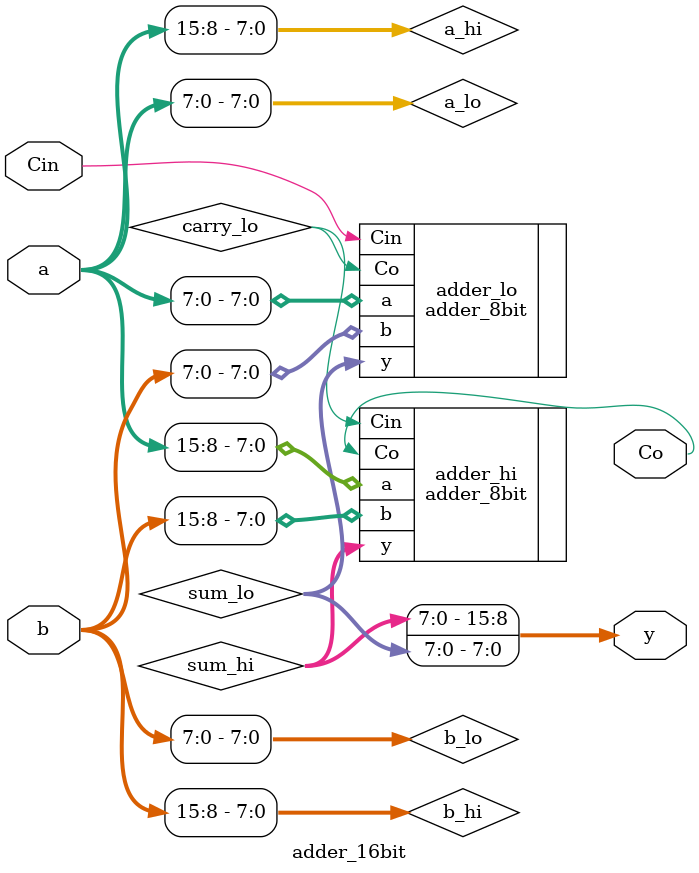
<source format=v>
module adder_16bit (
    input wire [15:0] a,
    input wire [15:0] b,
    input wire Cin,
    output wire [15:0] y,
    output wire Co
);

    wire [7:0] a_lo, a_hi, b_lo, b_hi;
    wire [7:0] sum_lo, sum_hi;
    wire carry_lo, carry_hi;

    assign {a_hi, a_lo} = a;
    assign {b_hi, b_lo} = b;

    adder_8bit adder_lo (.a(a_lo), .b(b_lo), .Cin(Cin), .y(sum_lo), .Co(carry_lo));
    adder_8bit adder_hi (.a(a_hi), .b(b_hi), .Cin(carry_lo), .y(sum_hi), .Co(Co));

    assign y = {sum_hi, sum_lo};

endmodule
</source>
